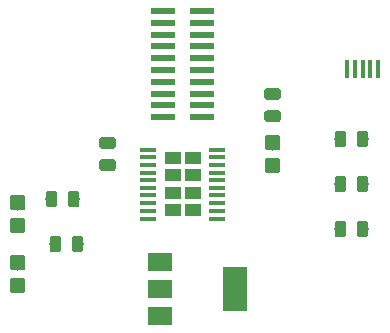
<source format=gbr>
G04 #@! TF.GenerationSoftware,KiCad,Pcbnew,(5.1.2)-2*
G04 #@! TF.CreationDate,2019-11-17T20:51:39-03:00*
G04 #@! TF.ProjectId,circuit,63697263-7569-4742-9e6b-696361645f70,rev?*
G04 #@! TF.SameCoordinates,Original*
G04 #@! TF.FileFunction,Paste,Top*
G04 #@! TF.FilePolarity,Positive*
%FSLAX46Y46*%
G04 Gerber Fmt 4.6, Leading zero omitted, Abs format (unit mm)*
G04 Created by KiCad (PCBNEW (5.1.2)-2) date 2019-11-17 20:51:39*
%MOMM*%
%LPD*%
G04 APERTURE LIST*
%ADD10C,0.100000*%
%ADD11C,0.975000*%
%ADD12C,1.300000*%
%ADD13R,0.450000X1.500000*%
%ADD14R,2.000000X0.500000*%
%ADD15R,1.450000X0.450000*%
%ADD16R,1.400000X1.075000*%
%ADD17R,2.000000X3.800000*%
%ADD18R,2.000000X1.500000*%
G04 APERTURE END LIST*
D10*
G36*
X172382642Y-74231174D02*
G01*
X172406303Y-74234684D01*
X172429507Y-74240496D01*
X172452029Y-74248554D01*
X172473653Y-74258782D01*
X172494170Y-74271079D01*
X172513383Y-74285329D01*
X172531107Y-74301393D01*
X172547171Y-74319117D01*
X172561421Y-74338330D01*
X172573718Y-74358847D01*
X172583946Y-74380471D01*
X172592004Y-74402993D01*
X172597816Y-74426197D01*
X172601326Y-74449858D01*
X172602500Y-74473750D01*
X172602500Y-75386250D01*
X172601326Y-75410142D01*
X172597816Y-75433803D01*
X172592004Y-75457007D01*
X172583946Y-75479529D01*
X172573718Y-75501153D01*
X172561421Y-75521670D01*
X172547171Y-75540883D01*
X172531107Y-75558607D01*
X172513383Y-75574671D01*
X172494170Y-75588921D01*
X172473653Y-75601218D01*
X172452029Y-75611446D01*
X172429507Y-75619504D01*
X172406303Y-75625316D01*
X172382642Y-75628826D01*
X172358750Y-75630000D01*
X171871250Y-75630000D01*
X171847358Y-75628826D01*
X171823697Y-75625316D01*
X171800493Y-75619504D01*
X171777971Y-75611446D01*
X171756347Y-75601218D01*
X171735830Y-75588921D01*
X171716617Y-75574671D01*
X171698893Y-75558607D01*
X171682829Y-75540883D01*
X171668579Y-75521670D01*
X171656282Y-75501153D01*
X171646054Y-75479529D01*
X171637996Y-75457007D01*
X171632184Y-75433803D01*
X171628674Y-75410142D01*
X171627500Y-75386250D01*
X171627500Y-74473750D01*
X171628674Y-74449858D01*
X171632184Y-74426197D01*
X171637996Y-74402993D01*
X171646054Y-74380471D01*
X171656282Y-74358847D01*
X171668579Y-74338330D01*
X171682829Y-74319117D01*
X171698893Y-74301393D01*
X171716617Y-74285329D01*
X171735830Y-74271079D01*
X171756347Y-74258782D01*
X171777971Y-74248554D01*
X171800493Y-74240496D01*
X171823697Y-74234684D01*
X171847358Y-74231174D01*
X171871250Y-74230000D01*
X172358750Y-74230000D01*
X172382642Y-74231174D01*
X172382642Y-74231174D01*
G37*
D11*
X172115000Y-74930000D03*
D10*
G36*
X174257642Y-74231174D02*
G01*
X174281303Y-74234684D01*
X174304507Y-74240496D01*
X174327029Y-74248554D01*
X174348653Y-74258782D01*
X174369170Y-74271079D01*
X174388383Y-74285329D01*
X174406107Y-74301393D01*
X174422171Y-74319117D01*
X174436421Y-74338330D01*
X174448718Y-74358847D01*
X174458946Y-74380471D01*
X174467004Y-74402993D01*
X174472816Y-74426197D01*
X174476326Y-74449858D01*
X174477500Y-74473750D01*
X174477500Y-75386250D01*
X174476326Y-75410142D01*
X174472816Y-75433803D01*
X174467004Y-75457007D01*
X174458946Y-75479529D01*
X174448718Y-75501153D01*
X174436421Y-75521670D01*
X174422171Y-75540883D01*
X174406107Y-75558607D01*
X174388383Y-75574671D01*
X174369170Y-75588921D01*
X174348653Y-75601218D01*
X174327029Y-75611446D01*
X174304507Y-75619504D01*
X174281303Y-75625316D01*
X174257642Y-75628826D01*
X174233750Y-75630000D01*
X173746250Y-75630000D01*
X173722358Y-75628826D01*
X173698697Y-75625316D01*
X173675493Y-75619504D01*
X173652971Y-75611446D01*
X173631347Y-75601218D01*
X173610830Y-75588921D01*
X173591617Y-75574671D01*
X173573893Y-75558607D01*
X173557829Y-75540883D01*
X173543579Y-75521670D01*
X173531282Y-75501153D01*
X173521054Y-75479529D01*
X173512996Y-75457007D01*
X173507184Y-75433803D01*
X173503674Y-75410142D01*
X173502500Y-75386250D01*
X173502500Y-74473750D01*
X173503674Y-74449858D01*
X173507184Y-74426197D01*
X173512996Y-74402993D01*
X173521054Y-74380471D01*
X173531282Y-74358847D01*
X173543579Y-74338330D01*
X173557829Y-74319117D01*
X173573893Y-74301393D01*
X173591617Y-74285329D01*
X173610830Y-74271079D01*
X173631347Y-74258782D01*
X173652971Y-74248554D01*
X173675493Y-74240496D01*
X173698697Y-74234684D01*
X173722358Y-74231174D01*
X173746250Y-74230000D01*
X174233750Y-74230000D01*
X174257642Y-74231174D01*
X174257642Y-74231174D01*
G37*
D11*
X173990000Y-74930000D03*
D10*
G36*
X152880142Y-70966174D02*
G01*
X152903803Y-70969684D01*
X152927007Y-70975496D01*
X152949529Y-70983554D01*
X152971153Y-70993782D01*
X152991670Y-71006079D01*
X153010883Y-71020329D01*
X153028607Y-71036393D01*
X153044671Y-71054117D01*
X153058921Y-71073330D01*
X153071218Y-71093847D01*
X153081446Y-71115471D01*
X153089504Y-71137993D01*
X153095316Y-71161197D01*
X153098826Y-71184858D01*
X153100000Y-71208750D01*
X153100000Y-71696250D01*
X153098826Y-71720142D01*
X153095316Y-71743803D01*
X153089504Y-71767007D01*
X153081446Y-71789529D01*
X153071218Y-71811153D01*
X153058921Y-71831670D01*
X153044671Y-71850883D01*
X153028607Y-71868607D01*
X153010883Y-71884671D01*
X152991670Y-71898921D01*
X152971153Y-71911218D01*
X152949529Y-71921446D01*
X152927007Y-71929504D01*
X152903803Y-71935316D01*
X152880142Y-71938826D01*
X152856250Y-71940000D01*
X151943750Y-71940000D01*
X151919858Y-71938826D01*
X151896197Y-71935316D01*
X151872993Y-71929504D01*
X151850471Y-71921446D01*
X151828847Y-71911218D01*
X151808330Y-71898921D01*
X151789117Y-71884671D01*
X151771393Y-71868607D01*
X151755329Y-71850883D01*
X151741079Y-71831670D01*
X151728782Y-71811153D01*
X151718554Y-71789529D01*
X151710496Y-71767007D01*
X151704684Y-71743803D01*
X151701174Y-71720142D01*
X151700000Y-71696250D01*
X151700000Y-71208750D01*
X151701174Y-71184858D01*
X151704684Y-71161197D01*
X151710496Y-71137993D01*
X151718554Y-71115471D01*
X151728782Y-71093847D01*
X151741079Y-71073330D01*
X151755329Y-71054117D01*
X151771393Y-71036393D01*
X151789117Y-71020329D01*
X151808330Y-71006079D01*
X151828847Y-70993782D01*
X151850471Y-70983554D01*
X151872993Y-70975496D01*
X151896197Y-70969684D01*
X151919858Y-70966174D01*
X151943750Y-70965000D01*
X152856250Y-70965000D01*
X152880142Y-70966174D01*
X152880142Y-70966174D01*
G37*
D11*
X152400000Y-71452500D03*
D10*
G36*
X152880142Y-72841174D02*
G01*
X152903803Y-72844684D01*
X152927007Y-72850496D01*
X152949529Y-72858554D01*
X152971153Y-72868782D01*
X152991670Y-72881079D01*
X153010883Y-72895329D01*
X153028607Y-72911393D01*
X153044671Y-72929117D01*
X153058921Y-72948330D01*
X153071218Y-72968847D01*
X153081446Y-72990471D01*
X153089504Y-73012993D01*
X153095316Y-73036197D01*
X153098826Y-73059858D01*
X153100000Y-73083750D01*
X153100000Y-73571250D01*
X153098826Y-73595142D01*
X153095316Y-73618803D01*
X153089504Y-73642007D01*
X153081446Y-73664529D01*
X153071218Y-73686153D01*
X153058921Y-73706670D01*
X153044671Y-73725883D01*
X153028607Y-73743607D01*
X153010883Y-73759671D01*
X152991670Y-73773921D01*
X152971153Y-73786218D01*
X152949529Y-73796446D01*
X152927007Y-73804504D01*
X152903803Y-73810316D01*
X152880142Y-73813826D01*
X152856250Y-73815000D01*
X151943750Y-73815000D01*
X151919858Y-73813826D01*
X151896197Y-73810316D01*
X151872993Y-73804504D01*
X151850471Y-73796446D01*
X151828847Y-73786218D01*
X151808330Y-73773921D01*
X151789117Y-73759671D01*
X151771393Y-73743607D01*
X151755329Y-73725883D01*
X151741079Y-73706670D01*
X151728782Y-73686153D01*
X151718554Y-73664529D01*
X151710496Y-73642007D01*
X151704684Y-73618803D01*
X151701174Y-73595142D01*
X151700000Y-73571250D01*
X151700000Y-73083750D01*
X151701174Y-73059858D01*
X151704684Y-73036197D01*
X151710496Y-73012993D01*
X151718554Y-72990471D01*
X151728782Y-72968847D01*
X151741079Y-72948330D01*
X151755329Y-72929117D01*
X151771393Y-72911393D01*
X151789117Y-72895329D01*
X151808330Y-72881079D01*
X151828847Y-72868782D01*
X151850471Y-72858554D01*
X151872993Y-72850496D01*
X151896197Y-72844684D01*
X151919858Y-72841174D01*
X151943750Y-72840000D01*
X152856250Y-72840000D01*
X152880142Y-72841174D01*
X152880142Y-72841174D01*
G37*
D11*
X152400000Y-73327500D03*
D10*
G36*
X172382642Y-70421174D02*
G01*
X172406303Y-70424684D01*
X172429507Y-70430496D01*
X172452029Y-70438554D01*
X172473653Y-70448782D01*
X172494170Y-70461079D01*
X172513383Y-70475329D01*
X172531107Y-70491393D01*
X172547171Y-70509117D01*
X172561421Y-70528330D01*
X172573718Y-70548847D01*
X172583946Y-70570471D01*
X172592004Y-70592993D01*
X172597816Y-70616197D01*
X172601326Y-70639858D01*
X172602500Y-70663750D01*
X172602500Y-71576250D01*
X172601326Y-71600142D01*
X172597816Y-71623803D01*
X172592004Y-71647007D01*
X172583946Y-71669529D01*
X172573718Y-71691153D01*
X172561421Y-71711670D01*
X172547171Y-71730883D01*
X172531107Y-71748607D01*
X172513383Y-71764671D01*
X172494170Y-71778921D01*
X172473653Y-71791218D01*
X172452029Y-71801446D01*
X172429507Y-71809504D01*
X172406303Y-71815316D01*
X172382642Y-71818826D01*
X172358750Y-71820000D01*
X171871250Y-71820000D01*
X171847358Y-71818826D01*
X171823697Y-71815316D01*
X171800493Y-71809504D01*
X171777971Y-71801446D01*
X171756347Y-71791218D01*
X171735830Y-71778921D01*
X171716617Y-71764671D01*
X171698893Y-71748607D01*
X171682829Y-71730883D01*
X171668579Y-71711670D01*
X171656282Y-71691153D01*
X171646054Y-71669529D01*
X171637996Y-71647007D01*
X171632184Y-71623803D01*
X171628674Y-71600142D01*
X171627500Y-71576250D01*
X171627500Y-70663750D01*
X171628674Y-70639858D01*
X171632184Y-70616197D01*
X171637996Y-70592993D01*
X171646054Y-70570471D01*
X171656282Y-70548847D01*
X171668579Y-70528330D01*
X171682829Y-70509117D01*
X171698893Y-70491393D01*
X171716617Y-70475329D01*
X171735830Y-70461079D01*
X171756347Y-70448782D01*
X171777971Y-70438554D01*
X171800493Y-70430496D01*
X171823697Y-70424684D01*
X171847358Y-70421174D01*
X171871250Y-70420000D01*
X172358750Y-70420000D01*
X172382642Y-70421174D01*
X172382642Y-70421174D01*
G37*
D11*
X172115000Y-71120000D03*
D10*
G36*
X174257642Y-70421174D02*
G01*
X174281303Y-70424684D01*
X174304507Y-70430496D01*
X174327029Y-70438554D01*
X174348653Y-70448782D01*
X174369170Y-70461079D01*
X174388383Y-70475329D01*
X174406107Y-70491393D01*
X174422171Y-70509117D01*
X174436421Y-70528330D01*
X174448718Y-70548847D01*
X174458946Y-70570471D01*
X174467004Y-70592993D01*
X174472816Y-70616197D01*
X174476326Y-70639858D01*
X174477500Y-70663750D01*
X174477500Y-71576250D01*
X174476326Y-71600142D01*
X174472816Y-71623803D01*
X174467004Y-71647007D01*
X174458946Y-71669529D01*
X174448718Y-71691153D01*
X174436421Y-71711670D01*
X174422171Y-71730883D01*
X174406107Y-71748607D01*
X174388383Y-71764671D01*
X174369170Y-71778921D01*
X174348653Y-71791218D01*
X174327029Y-71801446D01*
X174304507Y-71809504D01*
X174281303Y-71815316D01*
X174257642Y-71818826D01*
X174233750Y-71820000D01*
X173746250Y-71820000D01*
X173722358Y-71818826D01*
X173698697Y-71815316D01*
X173675493Y-71809504D01*
X173652971Y-71801446D01*
X173631347Y-71791218D01*
X173610830Y-71778921D01*
X173591617Y-71764671D01*
X173573893Y-71748607D01*
X173557829Y-71730883D01*
X173543579Y-71711670D01*
X173531282Y-71691153D01*
X173521054Y-71669529D01*
X173512996Y-71647007D01*
X173507184Y-71623803D01*
X173503674Y-71600142D01*
X173502500Y-71576250D01*
X173502500Y-70663750D01*
X173503674Y-70639858D01*
X173507184Y-70616197D01*
X173512996Y-70592993D01*
X173521054Y-70570471D01*
X173531282Y-70548847D01*
X173543579Y-70528330D01*
X173557829Y-70509117D01*
X173573893Y-70491393D01*
X173591617Y-70475329D01*
X173610830Y-70461079D01*
X173631347Y-70448782D01*
X173652971Y-70438554D01*
X173675493Y-70430496D01*
X173698697Y-70424684D01*
X173722358Y-70421174D01*
X173746250Y-70420000D01*
X174233750Y-70420000D01*
X174257642Y-70421174D01*
X174257642Y-70421174D01*
G37*
D11*
X173990000Y-71120000D03*
D10*
G36*
X174257642Y-78041174D02*
G01*
X174281303Y-78044684D01*
X174304507Y-78050496D01*
X174327029Y-78058554D01*
X174348653Y-78068782D01*
X174369170Y-78081079D01*
X174388383Y-78095329D01*
X174406107Y-78111393D01*
X174422171Y-78129117D01*
X174436421Y-78148330D01*
X174448718Y-78168847D01*
X174458946Y-78190471D01*
X174467004Y-78212993D01*
X174472816Y-78236197D01*
X174476326Y-78259858D01*
X174477500Y-78283750D01*
X174477500Y-79196250D01*
X174476326Y-79220142D01*
X174472816Y-79243803D01*
X174467004Y-79267007D01*
X174458946Y-79289529D01*
X174448718Y-79311153D01*
X174436421Y-79331670D01*
X174422171Y-79350883D01*
X174406107Y-79368607D01*
X174388383Y-79384671D01*
X174369170Y-79398921D01*
X174348653Y-79411218D01*
X174327029Y-79421446D01*
X174304507Y-79429504D01*
X174281303Y-79435316D01*
X174257642Y-79438826D01*
X174233750Y-79440000D01*
X173746250Y-79440000D01*
X173722358Y-79438826D01*
X173698697Y-79435316D01*
X173675493Y-79429504D01*
X173652971Y-79421446D01*
X173631347Y-79411218D01*
X173610830Y-79398921D01*
X173591617Y-79384671D01*
X173573893Y-79368607D01*
X173557829Y-79350883D01*
X173543579Y-79331670D01*
X173531282Y-79311153D01*
X173521054Y-79289529D01*
X173512996Y-79267007D01*
X173507184Y-79243803D01*
X173503674Y-79220142D01*
X173502500Y-79196250D01*
X173502500Y-78283750D01*
X173503674Y-78259858D01*
X173507184Y-78236197D01*
X173512996Y-78212993D01*
X173521054Y-78190471D01*
X173531282Y-78168847D01*
X173543579Y-78148330D01*
X173557829Y-78129117D01*
X173573893Y-78111393D01*
X173591617Y-78095329D01*
X173610830Y-78081079D01*
X173631347Y-78068782D01*
X173652971Y-78058554D01*
X173675493Y-78050496D01*
X173698697Y-78044684D01*
X173722358Y-78041174D01*
X173746250Y-78040000D01*
X174233750Y-78040000D01*
X174257642Y-78041174D01*
X174257642Y-78041174D01*
G37*
D11*
X173990000Y-78740000D03*
D10*
G36*
X172382642Y-78041174D02*
G01*
X172406303Y-78044684D01*
X172429507Y-78050496D01*
X172452029Y-78058554D01*
X172473653Y-78068782D01*
X172494170Y-78081079D01*
X172513383Y-78095329D01*
X172531107Y-78111393D01*
X172547171Y-78129117D01*
X172561421Y-78148330D01*
X172573718Y-78168847D01*
X172583946Y-78190471D01*
X172592004Y-78212993D01*
X172597816Y-78236197D01*
X172601326Y-78259858D01*
X172602500Y-78283750D01*
X172602500Y-79196250D01*
X172601326Y-79220142D01*
X172597816Y-79243803D01*
X172592004Y-79267007D01*
X172583946Y-79289529D01*
X172573718Y-79311153D01*
X172561421Y-79331670D01*
X172547171Y-79350883D01*
X172531107Y-79368607D01*
X172513383Y-79384671D01*
X172494170Y-79398921D01*
X172473653Y-79411218D01*
X172452029Y-79421446D01*
X172429507Y-79429504D01*
X172406303Y-79435316D01*
X172382642Y-79438826D01*
X172358750Y-79440000D01*
X171871250Y-79440000D01*
X171847358Y-79438826D01*
X171823697Y-79435316D01*
X171800493Y-79429504D01*
X171777971Y-79421446D01*
X171756347Y-79411218D01*
X171735830Y-79398921D01*
X171716617Y-79384671D01*
X171698893Y-79368607D01*
X171682829Y-79350883D01*
X171668579Y-79331670D01*
X171656282Y-79311153D01*
X171646054Y-79289529D01*
X171637996Y-79267007D01*
X171632184Y-79243803D01*
X171628674Y-79220142D01*
X171627500Y-79196250D01*
X171627500Y-78283750D01*
X171628674Y-78259858D01*
X171632184Y-78236197D01*
X171637996Y-78212993D01*
X171646054Y-78190471D01*
X171656282Y-78168847D01*
X171668579Y-78148330D01*
X171682829Y-78129117D01*
X171698893Y-78111393D01*
X171716617Y-78095329D01*
X171735830Y-78081079D01*
X171756347Y-78068782D01*
X171777971Y-78058554D01*
X171800493Y-78050496D01*
X171823697Y-78044684D01*
X171847358Y-78041174D01*
X171871250Y-78040000D01*
X172358750Y-78040000D01*
X172382642Y-78041174D01*
X172382642Y-78041174D01*
G37*
D11*
X172115000Y-78740000D03*
D10*
G36*
X166794504Y-72691204D02*
G01*
X166818773Y-72694804D01*
X166842571Y-72700765D01*
X166865671Y-72709030D01*
X166887849Y-72719520D01*
X166908893Y-72732133D01*
X166928598Y-72746747D01*
X166946777Y-72763223D01*
X166963253Y-72781402D01*
X166977867Y-72801107D01*
X166990480Y-72822151D01*
X167000970Y-72844329D01*
X167009235Y-72867429D01*
X167015196Y-72891227D01*
X167018796Y-72915496D01*
X167020000Y-72940000D01*
X167020000Y-73765000D01*
X167018796Y-73789504D01*
X167015196Y-73813773D01*
X167009235Y-73837571D01*
X167000970Y-73860671D01*
X166990480Y-73882849D01*
X166977867Y-73903893D01*
X166963253Y-73923598D01*
X166946777Y-73941777D01*
X166928598Y-73958253D01*
X166908893Y-73972867D01*
X166887849Y-73985480D01*
X166865671Y-73995970D01*
X166842571Y-74004235D01*
X166818773Y-74010196D01*
X166794504Y-74013796D01*
X166770000Y-74015000D01*
X165970000Y-74015000D01*
X165945496Y-74013796D01*
X165921227Y-74010196D01*
X165897429Y-74004235D01*
X165874329Y-73995970D01*
X165852151Y-73985480D01*
X165831107Y-73972867D01*
X165811402Y-73958253D01*
X165793223Y-73941777D01*
X165776747Y-73923598D01*
X165762133Y-73903893D01*
X165749520Y-73882849D01*
X165739030Y-73860671D01*
X165730765Y-73837571D01*
X165724804Y-73813773D01*
X165721204Y-73789504D01*
X165720000Y-73765000D01*
X165720000Y-72940000D01*
X165721204Y-72915496D01*
X165724804Y-72891227D01*
X165730765Y-72867429D01*
X165739030Y-72844329D01*
X165749520Y-72822151D01*
X165762133Y-72801107D01*
X165776747Y-72781402D01*
X165793223Y-72763223D01*
X165811402Y-72746747D01*
X165831107Y-72732133D01*
X165852151Y-72719520D01*
X165874329Y-72709030D01*
X165897429Y-72700765D01*
X165921227Y-72694804D01*
X165945496Y-72691204D01*
X165970000Y-72690000D01*
X166770000Y-72690000D01*
X166794504Y-72691204D01*
X166794504Y-72691204D01*
G37*
D12*
X166370000Y-73352500D03*
D10*
G36*
X166794504Y-70766204D02*
G01*
X166818773Y-70769804D01*
X166842571Y-70775765D01*
X166865671Y-70784030D01*
X166887849Y-70794520D01*
X166908893Y-70807133D01*
X166928598Y-70821747D01*
X166946777Y-70838223D01*
X166963253Y-70856402D01*
X166977867Y-70876107D01*
X166990480Y-70897151D01*
X167000970Y-70919329D01*
X167009235Y-70942429D01*
X167015196Y-70966227D01*
X167018796Y-70990496D01*
X167020000Y-71015000D01*
X167020000Y-71840000D01*
X167018796Y-71864504D01*
X167015196Y-71888773D01*
X167009235Y-71912571D01*
X167000970Y-71935671D01*
X166990480Y-71957849D01*
X166977867Y-71978893D01*
X166963253Y-71998598D01*
X166946777Y-72016777D01*
X166928598Y-72033253D01*
X166908893Y-72047867D01*
X166887849Y-72060480D01*
X166865671Y-72070970D01*
X166842571Y-72079235D01*
X166818773Y-72085196D01*
X166794504Y-72088796D01*
X166770000Y-72090000D01*
X165970000Y-72090000D01*
X165945496Y-72088796D01*
X165921227Y-72085196D01*
X165897429Y-72079235D01*
X165874329Y-72070970D01*
X165852151Y-72060480D01*
X165831107Y-72047867D01*
X165811402Y-72033253D01*
X165793223Y-72016777D01*
X165776747Y-71998598D01*
X165762133Y-71978893D01*
X165749520Y-71957849D01*
X165739030Y-71935671D01*
X165730765Y-71912571D01*
X165724804Y-71888773D01*
X165721204Y-71864504D01*
X165720000Y-71840000D01*
X165720000Y-71015000D01*
X165721204Y-70990496D01*
X165724804Y-70966227D01*
X165730765Y-70942429D01*
X165739030Y-70919329D01*
X165749520Y-70897151D01*
X165762133Y-70876107D01*
X165776747Y-70856402D01*
X165793223Y-70838223D01*
X165811402Y-70821747D01*
X165831107Y-70807133D01*
X165852151Y-70794520D01*
X165874329Y-70784030D01*
X165897429Y-70775765D01*
X165921227Y-70769804D01*
X165945496Y-70766204D01*
X165970000Y-70765000D01*
X166770000Y-70765000D01*
X166794504Y-70766204D01*
X166794504Y-70766204D01*
G37*
D12*
X166370000Y-71427500D03*
D10*
G36*
X145204504Y-75846204D02*
G01*
X145228773Y-75849804D01*
X145252571Y-75855765D01*
X145275671Y-75864030D01*
X145297849Y-75874520D01*
X145318893Y-75887133D01*
X145338598Y-75901747D01*
X145356777Y-75918223D01*
X145373253Y-75936402D01*
X145387867Y-75956107D01*
X145400480Y-75977151D01*
X145410970Y-75999329D01*
X145419235Y-76022429D01*
X145425196Y-76046227D01*
X145428796Y-76070496D01*
X145430000Y-76095000D01*
X145430000Y-76920000D01*
X145428796Y-76944504D01*
X145425196Y-76968773D01*
X145419235Y-76992571D01*
X145410970Y-77015671D01*
X145400480Y-77037849D01*
X145387867Y-77058893D01*
X145373253Y-77078598D01*
X145356777Y-77096777D01*
X145338598Y-77113253D01*
X145318893Y-77127867D01*
X145297849Y-77140480D01*
X145275671Y-77150970D01*
X145252571Y-77159235D01*
X145228773Y-77165196D01*
X145204504Y-77168796D01*
X145180000Y-77170000D01*
X144380000Y-77170000D01*
X144355496Y-77168796D01*
X144331227Y-77165196D01*
X144307429Y-77159235D01*
X144284329Y-77150970D01*
X144262151Y-77140480D01*
X144241107Y-77127867D01*
X144221402Y-77113253D01*
X144203223Y-77096777D01*
X144186747Y-77078598D01*
X144172133Y-77058893D01*
X144159520Y-77037849D01*
X144149030Y-77015671D01*
X144140765Y-76992571D01*
X144134804Y-76968773D01*
X144131204Y-76944504D01*
X144130000Y-76920000D01*
X144130000Y-76095000D01*
X144131204Y-76070496D01*
X144134804Y-76046227D01*
X144140765Y-76022429D01*
X144149030Y-75999329D01*
X144159520Y-75977151D01*
X144172133Y-75956107D01*
X144186747Y-75936402D01*
X144203223Y-75918223D01*
X144221402Y-75901747D01*
X144241107Y-75887133D01*
X144262151Y-75874520D01*
X144284329Y-75864030D01*
X144307429Y-75855765D01*
X144331227Y-75849804D01*
X144355496Y-75846204D01*
X144380000Y-75845000D01*
X145180000Y-75845000D01*
X145204504Y-75846204D01*
X145204504Y-75846204D01*
G37*
D12*
X144780000Y-76507500D03*
D10*
G36*
X145204504Y-77771204D02*
G01*
X145228773Y-77774804D01*
X145252571Y-77780765D01*
X145275671Y-77789030D01*
X145297849Y-77799520D01*
X145318893Y-77812133D01*
X145338598Y-77826747D01*
X145356777Y-77843223D01*
X145373253Y-77861402D01*
X145387867Y-77881107D01*
X145400480Y-77902151D01*
X145410970Y-77924329D01*
X145419235Y-77947429D01*
X145425196Y-77971227D01*
X145428796Y-77995496D01*
X145430000Y-78020000D01*
X145430000Y-78845000D01*
X145428796Y-78869504D01*
X145425196Y-78893773D01*
X145419235Y-78917571D01*
X145410970Y-78940671D01*
X145400480Y-78962849D01*
X145387867Y-78983893D01*
X145373253Y-79003598D01*
X145356777Y-79021777D01*
X145338598Y-79038253D01*
X145318893Y-79052867D01*
X145297849Y-79065480D01*
X145275671Y-79075970D01*
X145252571Y-79084235D01*
X145228773Y-79090196D01*
X145204504Y-79093796D01*
X145180000Y-79095000D01*
X144380000Y-79095000D01*
X144355496Y-79093796D01*
X144331227Y-79090196D01*
X144307429Y-79084235D01*
X144284329Y-79075970D01*
X144262151Y-79065480D01*
X144241107Y-79052867D01*
X144221402Y-79038253D01*
X144203223Y-79021777D01*
X144186747Y-79003598D01*
X144172133Y-78983893D01*
X144159520Y-78962849D01*
X144149030Y-78940671D01*
X144140765Y-78917571D01*
X144134804Y-78893773D01*
X144131204Y-78869504D01*
X144130000Y-78845000D01*
X144130000Y-78020000D01*
X144131204Y-77995496D01*
X144134804Y-77971227D01*
X144140765Y-77947429D01*
X144149030Y-77924329D01*
X144159520Y-77902151D01*
X144172133Y-77881107D01*
X144186747Y-77861402D01*
X144203223Y-77843223D01*
X144221402Y-77826747D01*
X144241107Y-77812133D01*
X144262151Y-77799520D01*
X144284329Y-77789030D01*
X144307429Y-77780765D01*
X144331227Y-77774804D01*
X144355496Y-77771204D01*
X144380000Y-77770000D01*
X145180000Y-77770000D01*
X145204504Y-77771204D01*
X145204504Y-77771204D01*
G37*
D12*
X144780000Y-78432500D03*
D10*
G36*
X145204504Y-80926204D02*
G01*
X145228773Y-80929804D01*
X145252571Y-80935765D01*
X145275671Y-80944030D01*
X145297849Y-80954520D01*
X145318893Y-80967133D01*
X145338598Y-80981747D01*
X145356777Y-80998223D01*
X145373253Y-81016402D01*
X145387867Y-81036107D01*
X145400480Y-81057151D01*
X145410970Y-81079329D01*
X145419235Y-81102429D01*
X145425196Y-81126227D01*
X145428796Y-81150496D01*
X145430000Y-81175000D01*
X145430000Y-82000000D01*
X145428796Y-82024504D01*
X145425196Y-82048773D01*
X145419235Y-82072571D01*
X145410970Y-82095671D01*
X145400480Y-82117849D01*
X145387867Y-82138893D01*
X145373253Y-82158598D01*
X145356777Y-82176777D01*
X145338598Y-82193253D01*
X145318893Y-82207867D01*
X145297849Y-82220480D01*
X145275671Y-82230970D01*
X145252571Y-82239235D01*
X145228773Y-82245196D01*
X145204504Y-82248796D01*
X145180000Y-82250000D01*
X144380000Y-82250000D01*
X144355496Y-82248796D01*
X144331227Y-82245196D01*
X144307429Y-82239235D01*
X144284329Y-82230970D01*
X144262151Y-82220480D01*
X144241107Y-82207867D01*
X144221402Y-82193253D01*
X144203223Y-82176777D01*
X144186747Y-82158598D01*
X144172133Y-82138893D01*
X144159520Y-82117849D01*
X144149030Y-82095671D01*
X144140765Y-82072571D01*
X144134804Y-82048773D01*
X144131204Y-82024504D01*
X144130000Y-82000000D01*
X144130000Y-81175000D01*
X144131204Y-81150496D01*
X144134804Y-81126227D01*
X144140765Y-81102429D01*
X144149030Y-81079329D01*
X144159520Y-81057151D01*
X144172133Y-81036107D01*
X144186747Y-81016402D01*
X144203223Y-80998223D01*
X144221402Y-80981747D01*
X144241107Y-80967133D01*
X144262151Y-80954520D01*
X144284329Y-80944030D01*
X144307429Y-80935765D01*
X144331227Y-80929804D01*
X144355496Y-80926204D01*
X144380000Y-80925000D01*
X145180000Y-80925000D01*
X145204504Y-80926204D01*
X145204504Y-80926204D01*
G37*
D12*
X144780000Y-81587500D03*
D10*
G36*
X145204504Y-82851204D02*
G01*
X145228773Y-82854804D01*
X145252571Y-82860765D01*
X145275671Y-82869030D01*
X145297849Y-82879520D01*
X145318893Y-82892133D01*
X145338598Y-82906747D01*
X145356777Y-82923223D01*
X145373253Y-82941402D01*
X145387867Y-82961107D01*
X145400480Y-82982151D01*
X145410970Y-83004329D01*
X145419235Y-83027429D01*
X145425196Y-83051227D01*
X145428796Y-83075496D01*
X145430000Y-83100000D01*
X145430000Y-83925000D01*
X145428796Y-83949504D01*
X145425196Y-83973773D01*
X145419235Y-83997571D01*
X145410970Y-84020671D01*
X145400480Y-84042849D01*
X145387867Y-84063893D01*
X145373253Y-84083598D01*
X145356777Y-84101777D01*
X145338598Y-84118253D01*
X145318893Y-84132867D01*
X145297849Y-84145480D01*
X145275671Y-84155970D01*
X145252571Y-84164235D01*
X145228773Y-84170196D01*
X145204504Y-84173796D01*
X145180000Y-84175000D01*
X144380000Y-84175000D01*
X144355496Y-84173796D01*
X144331227Y-84170196D01*
X144307429Y-84164235D01*
X144284329Y-84155970D01*
X144262151Y-84145480D01*
X144241107Y-84132867D01*
X144221402Y-84118253D01*
X144203223Y-84101777D01*
X144186747Y-84083598D01*
X144172133Y-84063893D01*
X144159520Y-84042849D01*
X144149030Y-84020671D01*
X144140765Y-83997571D01*
X144134804Y-83973773D01*
X144131204Y-83949504D01*
X144130000Y-83925000D01*
X144130000Y-83100000D01*
X144131204Y-83075496D01*
X144134804Y-83051227D01*
X144140765Y-83027429D01*
X144149030Y-83004329D01*
X144159520Y-82982151D01*
X144172133Y-82961107D01*
X144186747Y-82941402D01*
X144203223Y-82923223D01*
X144221402Y-82906747D01*
X144241107Y-82892133D01*
X144262151Y-82879520D01*
X144284329Y-82869030D01*
X144307429Y-82860765D01*
X144331227Y-82854804D01*
X144355496Y-82851204D01*
X144380000Y-82850000D01*
X145180000Y-82850000D01*
X145204504Y-82851204D01*
X145204504Y-82851204D01*
G37*
D12*
X144780000Y-83512500D03*
D13*
X173990000Y-65215000D03*
X174640000Y-65215000D03*
X173340000Y-65215000D03*
X175290000Y-65215000D03*
X172690000Y-65215000D03*
D14*
X157100000Y-60270000D03*
X160400000Y-60270000D03*
X157100000Y-61270000D03*
X160400000Y-61270000D03*
X157100000Y-62270000D03*
X160400000Y-62270000D03*
X157100000Y-63270000D03*
X160400000Y-63270000D03*
X157100000Y-64270000D03*
X160400000Y-64270000D03*
X157100000Y-65270000D03*
X160400000Y-65270000D03*
X157100000Y-66270000D03*
X160400000Y-66270000D03*
X157100000Y-67270000D03*
X160400000Y-67270000D03*
X157100000Y-68270000D03*
X160400000Y-68270000D03*
X157100000Y-69270000D03*
X160400000Y-69270000D03*
D10*
G36*
X149795142Y-75501174D02*
G01*
X149818803Y-75504684D01*
X149842007Y-75510496D01*
X149864529Y-75518554D01*
X149886153Y-75528782D01*
X149906670Y-75541079D01*
X149925883Y-75555329D01*
X149943607Y-75571393D01*
X149959671Y-75589117D01*
X149973921Y-75608330D01*
X149986218Y-75628847D01*
X149996446Y-75650471D01*
X150004504Y-75672993D01*
X150010316Y-75696197D01*
X150013826Y-75719858D01*
X150015000Y-75743750D01*
X150015000Y-76656250D01*
X150013826Y-76680142D01*
X150010316Y-76703803D01*
X150004504Y-76727007D01*
X149996446Y-76749529D01*
X149986218Y-76771153D01*
X149973921Y-76791670D01*
X149959671Y-76810883D01*
X149943607Y-76828607D01*
X149925883Y-76844671D01*
X149906670Y-76858921D01*
X149886153Y-76871218D01*
X149864529Y-76881446D01*
X149842007Y-76889504D01*
X149818803Y-76895316D01*
X149795142Y-76898826D01*
X149771250Y-76900000D01*
X149283750Y-76900000D01*
X149259858Y-76898826D01*
X149236197Y-76895316D01*
X149212993Y-76889504D01*
X149190471Y-76881446D01*
X149168847Y-76871218D01*
X149148330Y-76858921D01*
X149129117Y-76844671D01*
X149111393Y-76828607D01*
X149095329Y-76810883D01*
X149081079Y-76791670D01*
X149068782Y-76771153D01*
X149058554Y-76749529D01*
X149050496Y-76727007D01*
X149044684Y-76703803D01*
X149041174Y-76680142D01*
X149040000Y-76656250D01*
X149040000Y-75743750D01*
X149041174Y-75719858D01*
X149044684Y-75696197D01*
X149050496Y-75672993D01*
X149058554Y-75650471D01*
X149068782Y-75628847D01*
X149081079Y-75608330D01*
X149095329Y-75589117D01*
X149111393Y-75571393D01*
X149129117Y-75555329D01*
X149148330Y-75541079D01*
X149168847Y-75528782D01*
X149190471Y-75518554D01*
X149212993Y-75510496D01*
X149236197Y-75504684D01*
X149259858Y-75501174D01*
X149283750Y-75500000D01*
X149771250Y-75500000D01*
X149795142Y-75501174D01*
X149795142Y-75501174D01*
G37*
D11*
X149527500Y-76200000D03*
D10*
G36*
X147920142Y-75501174D02*
G01*
X147943803Y-75504684D01*
X147967007Y-75510496D01*
X147989529Y-75518554D01*
X148011153Y-75528782D01*
X148031670Y-75541079D01*
X148050883Y-75555329D01*
X148068607Y-75571393D01*
X148084671Y-75589117D01*
X148098921Y-75608330D01*
X148111218Y-75628847D01*
X148121446Y-75650471D01*
X148129504Y-75672993D01*
X148135316Y-75696197D01*
X148138826Y-75719858D01*
X148140000Y-75743750D01*
X148140000Y-76656250D01*
X148138826Y-76680142D01*
X148135316Y-76703803D01*
X148129504Y-76727007D01*
X148121446Y-76749529D01*
X148111218Y-76771153D01*
X148098921Y-76791670D01*
X148084671Y-76810883D01*
X148068607Y-76828607D01*
X148050883Y-76844671D01*
X148031670Y-76858921D01*
X148011153Y-76871218D01*
X147989529Y-76881446D01*
X147967007Y-76889504D01*
X147943803Y-76895316D01*
X147920142Y-76898826D01*
X147896250Y-76900000D01*
X147408750Y-76900000D01*
X147384858Y-76898826D01*
X147361197Y-76895316D01*
X147337993Y-76889504D01*
X147315471Y-76881446D01*
X147293847Y-76871218D01*
X147273330Y-76858921D01*
X147254117Y-76844671D01*
X147236393Y-76828607D01*
X147220329Y-76810883D01*
X147206079Y-76791670D01*
X147193782Y-76771153D01*
X147183554Y-76749529D01*
X147175496Y-76727007D01*
X147169684Y-76703803D01*
X147166174Y-76680142D01*
X147165000Y-76656250D01*
X147165000Y-75743750D01*
X147166174Y-75719858D01*
X147169684Y-75696197D01*
X147175496Y-75672993D01*
X147183554Y-75650471D01*
X147193782Y-75628847D01*
X147206079Y-75608330D01*
X147220329Y-75589117D01*
X147236393Y-75571393D01*
X147254117Y-75555329D01*
X147273330Y-75541079D01*
X147293847Y-75528782D01*
X147315471Y-75518554D01*
X147337993Y-75510496D01*
X147361197Y-75504684D01*
X147384858Y-75501174D01*
X147408750Y-75500000D01*
X147896250Y-75500000D01*
X147920142Y-75501174D01*
X147920142Y-75501174D01*
G37*
D11*
X147652500Y-76200000D03*
D10*
G36*
X148252642Y-79311174D02*
G01*
X148276303Y-79314684D01*
X148299507Y-79320496D01*
X148322029Y-79328554D01*
X148343653Y-79338782D01*
X148364170Y-79351079D01*
X148383383Y-79365329D01*
X148401107Y-79381393D01*
X148417171Y-79399117D01*
X148431421Y-79418330D01*
X148443718Y-79438847D01*
X148453946Y-79460471D01*
X148462004Y-79482993D01*
X148467816Y-79506197D01*
X148471326Y-79529858D01*
X148472500Y-79553750D01*
X148472500Y-80466250D01*
X148471326Y-80490142D01*
X148467816Y-80513803D01*
X148462004Y-80537007D01*
X148453946Y-80559529D01*
X148443718Y-80581153D01*
X148431421Y-80601670D01*
X148417171Y-80620883D01*
X148401107Y-80638607D01*
X148383383Y-80654671D01*
X148364170Y-80668921D01*
X148343653Y-80681218D01*
X148322029Y-80691446D01*
X148299507Y-80699504D01*
X148276303Y-80705316D01*
X148252642Y-80708826D01*
X148228750Y-80710000D01*
X147741250Y-80710000D01*
X147717358Y-80708826D01*
X147693697Y-80705316D01*
X147670493Y-80699504D01*
X147647971Y-80691446D01*
X147626347Y-80681218D01*
X147605830Y-80668921D01*
X147586617Y-80654671D01*
X147568893Y-80638607D01*
X147552829Y-80620883D01*
X147538579Y-80601670D01*
X147526282Y-80581153D01*
X147516054Y-80559529D01*
X147507996Y-80537007D01*
X147502184Y-80513803D01*
X147498674Y-80490142D01*
X147497500Y-80466250D01*
X147497500Y-79553750D01*
X147498674Y-79529858D01*
X147502184Y-79506197D01*
X147507996Y-79482993D01*
X147516054Y-79460471D01*
X147526282Y-79438847D01*
X147538579Y-79418330D01*
X147552829Y-79399117D01*
X147568893Y-79381393D01*
X147586617Y-79365329D01*
X147605830Y-79351079D01*
X147626347Y-79338782D01*
X147647971Y-79328554D01*
X147670493Y-79320496D01*
X147693697Y-79314684D01*
X147717358Y-79311174D01*
X147741250Y-79310000D01*
X148228750Y-79310000D01*
X148252642Y-79311174D01*
X148252642Y-79311174D01*
G37*
D11*
X147985000Y-80010000D03*
D10*
G36*
X150127642Y-79311174D02*
G01*
X150151303Y-79314684D01*
X150174507Y-79320496D01*
X150197029Y-79328554D01*
X150218653Y-79338782D01*
X150239170Y-79351079D01*
X150258383Y-79365329D01*
X150276107Y-79381393D01*
X150292171Y-79399117D01*
X150306421Y-79418330D01*
X150318718Y-79438847D01*
X150328946Y-79460471D01*
X150337004Y-79482993D01*
X150342816Y-79506197D01*
X150346326Y-79529858D01*
X150347500Y-79553750D01*
X150347500Y-80466250D01*
X150346326Y-80490142D01*
X150342816Y-80513803D01*
X150337004Y-80537007D01*
X150328946Y-80559529D01*
X150318718Y-80581153D01*
X150306421Y-80601670D01*
X150292171Y-80620883D01*
X150276107Y-80638607D01*
X150258383Y-80654671D01*
X150239170Y-80668921D01*
X150218653Y-80681218D01*
X150197029Y-80691446D01*
X150174507Y-80699504D01*
X150151303Y-80705316D01*
X150127642Y-80708826D01*
X150103750Y-80710000D01*
X149616250Y-80710000D01*
X149592358Y-80708826D01*
X149568697Y-80705316D01*
X149545493Y-80699504D01*
X149522971Y-80691446D01*
X149501347Y-80681218D01*
X149480830Y-80668921D01*
X149461617Y-80654671D01*
X149443893Y-80638607D01*
X149427829Y-80620883D01*
X149413579Y-80601670D01*
X149401282Y-80581153D01*
X149391054Y-80559529D01*
X149382996Y-80537007D01*
X149377184Y-80513803D01*
X149373674Y-80490142D01*
X149372500Y-80466250D01*
X149372500Y-79553750D01*
X149373674Y-79529858D01*
X149377184Y-79506197D01*
X149382996Y-79482993D01*
X149391054Y-79460471D01*
X149401282Y-79438847D01*
X149413579Y-79418330D01*
X149427829Y-79399117D01*
X149443893Y-79381393D01*
X149461617Y-79365329D01*
X149480830Y-79351079D01*
X149501347Y-79338782D01*
X149522971Y-79328554D01*
X149545493Y-79320496D01*
X149568697Y-79314684D01*
X149592358Y-79311174D01*
X149616250Y-79310000D01*
X150103750Y-79310000D01*
X150127642Y-79311174D01*
X150127642Y-79311174D01*
G37*
D11*
X149860000Y-80010000D03*
D10*
G36*
X166850142Y-68698674D02*
G01*
X166873803Y-68702184D01*
X166897007Y-68707996D01*
X166919529Y-68716054D01*
X166941153Y-68726282D01*
X166961670Y-68738579D01*
X166980883Y-68752829D01*
X166998607Y-68768893D01*
X167014671Y-68786617D01*
X167028921Y-68805830D01*
X167041218Y-68826347D01*
X167051446Y-68847971D01*
X167059504Y-68870493D01*
X167065316Y-68893697D01*
X167068826Y-68917358D01*
X167070000Y-68941250D01*
X167070000Y-69428750D01*
X167068826Y-69452642D01*
X167065316Y-69476303D01*
X167059504Y-69499507D01*
X167051446Y-69522029D01*
X167041218Y-69543653D01*
X167028921Y-69564170D01*
X167014671Y-69583383D01*
X166998607Y-69601107D01*
X166980883Y-69617171D01*
X166961670Y-69631421D01*
X166941153Y-69643718D01*
X166919529Y-69653946D01*
X166897007Y-69662004D01*
X166873803Y-69667816D01*
X166850142Y-69671326D01*
X166826250Y-69672500D01*
X165913750Y-69672500D01*
X165889858Y-69671326D01*
X165866197Y-69667816D01*
X165842993Y-69662004D01*
X165820471Y-69653946D01*
X165798847Y-69643718D01*
X165778330Y-69631421D01*
X165759117Y-69617171D01*
X165741393Y-69601107D01*
X165725329Y-69583383D01*
X165711079Y-69564170D01*
X165698782Y-69543653D01*
X165688554Y-69522029D01*
X165680496Y-69499507D01*
X165674684Y-69476303D01*
X165671174Y-69452642D01*
X165670000Y-69428750D01*
X165670000Y-68941250D01*
X165671174Y-68917358D01*
X165674684Y-68893697D01*
X165680496Y-68870493D01*
X165688554Y-68847971D01*
X165698782Y-68826347D01*
X165711079Y-68805830D01*
X165725329Y-68786617D01*
X165741393Y-68768893D01*
X165759117Y-68752829D01*
X165778330Y-68738579D01*
X165798847Y-68726282D01*
X165820471Y-68716054D01*
X165842993Y-68707996D01*
X165866197Y-68702184D01*
X165889858Y-68698674D01*
X165913750Y-68697500D01*
X166826250Y-68697500D01*
X166850142Y-68698674D01*
X166850142Y-68698674D01*
G37*
D11*
X166370000Y-69185000D03*
D10*
G36*
X166850142Y-66823674D02*
G01*
X166873803Y-66827184D01*
X166897007Y-66832996D01*
X166919529Y-66841054D01*
X166941153Y-66851282D01*
X166961670Y-66863579D01*
X166980883Y-66877829D01*
X166998607Y-66893893D01*
X167014671Y-66911617D01*
X167028921Y-66930830D01*
X167041218Y-66951347D01*
X167051446Y-66972971D01*
X167059504Y-66995493D01*
X167065316Y-67018697D01*
X167068826Y-67042358D01*
X167070000Y-67066250D01*
X167070000Y-67553750D01*
X167068826Y-67577642D01*
X167065316Y-67601303D01*
X167059504Y-67624507D01*
X167051446Y-67647029D01*
X167041218Y-67668653D01*
X167028921Y-67689170D01*
X167014671Y-67708383D01*
X166998607Y-67726107D01*
X166980883Y-67742171D01*
X166961670Y-67756421D01*
X166941153Y-67768718D01*
X166919529Y-67778946D01*
X166897007Y-67787004D01*
X166873803Y-67792816D01*
X166850142Y-67796326D01*
X166826250Y-67797500D01*
X165913750Y-67797500D01*
X165889858Y-67796326D01*
X165866197Y-67792816D01*
X165842993Y-67787004D01*
X165820471Y-67778946D01*
X165798847Y-67768718D01*
X165778330Y-67756421D01*
X165759117Y-67742171D01*
X165741393Y-67726107D01*
X165725329Y-67708383D01*
X165711079Y-67689170D01*
X165698782Y-67668653D01*
X165688554Y-67647029D01*
X165680496Y-67624507D01*
X165674684Y-67601303D01*
X165671174Y-67577642D01*
X165670000Y-67553750D01*
X165670000Y-67066250D01*
X165671174Y-67042358D01*
X165674684Y-67018697D01*
X165680496Y-66995493D01*
X165688554Y-66972971D01*
X165698782Y-66951347D01*
X165711079Y-66930830D01*
X165725329Y-66911617D01*
X165741393Y-66893893D01*
X165759117Y-66877829D01*
X165778330Y-66863579D01*
X165798847Y-66851282D01*
X165820471Y-66841054D01*
X165842993Y-66832996D01*
X165866197Y-66827184D01*
X165889858Y-66823674D01*
X165913750Y-66822500D01*
X166826250Y-66822500D01*
X166850142Y-66823674D01*
X166850142Y-66823674D01*
G37*
D11*
X166370000Y-67310000D03*
D15*
X155800000Y-72010000D03*
X155800000Y-72660000D03*
X155800000Y-73310000D03*
X155800000Y-73960000D03*
X155800000Y-74600000D03*
X155800000Y-75260000D03*
X155800000Y-75900000D03*
X155800000Y-76550000D03*
X155800000Y-77200000D03*
X155800000Y-77850000D03*
X161700000Y-77850000D03*
X161700000Y-77200000D03*
X161700000Y-76550000D03*
X161700000Y-75900000D03*
X161700000Y-75260000D03*
X161700000Y-74600000D03*
X161700000Y-73960000D03*
X161700000Y-73310000D03*
X161700000Y-72660000D03*
X161700000Y-72010000D03*
D16*
X157900000Y-72717500D03*
X159600000Y-72717500D03*
X159600000Y-74192500D03*
X157900000Y-74192500D03*
X159600000Y-75667500D03*
X157900000Y-75667500D03*
X159600000Y-77142500D03*
X157900000Y-77142500D03*
D17*
X163170000Y-83820000D03*
D18*
X156870000Y-83820000D03*
X156870000Y-86120000D03*
X156870000Y-81520000D03*
M02*

</source>
